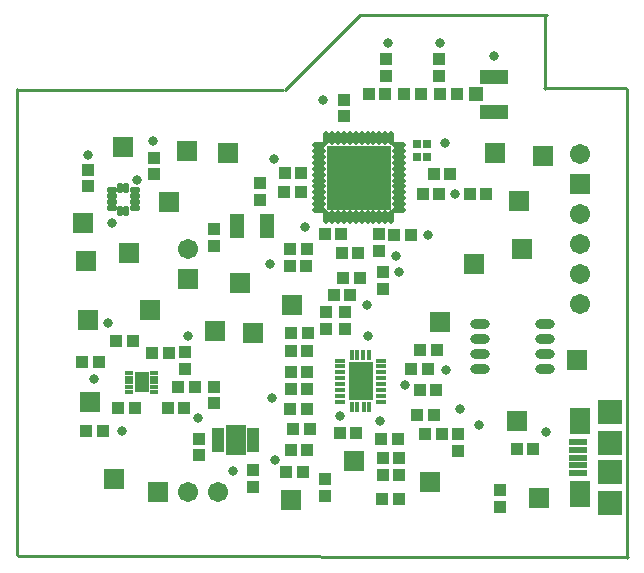
<source format=gts>
G04 Layer_Color=8388736*
%FSLAX25Y25*%
%MOIN*%
G70*
G01*
G75*
%ADD36C,0.01000*%
%ADD53R,0.04343X0.03950*%
%ADD54R,0.03950X0.04343*%
%ADD55R,0.04934X0.04737*%
%ADD56R,0.09461X0.04934*%
%ADD57O,0.01981X0.03753*%
%ADD58O,0.03753X0.01981*%
%ADD59O,0.06509X0.03162*%
%ADD60R,0.06115X0.02375*%
%ADD61R,0.08280X0.08280*%
%ADD62R,0.07099X0.09068*%
%ADD63R,0.08394X0.12594*%
%ADD64R,0.03740X0.01496*%
%ADD65R,0.01496X0.03740*%
%ADD66R,0.01378X0.03740*%
%ADD67R,0.03150X0.01181*%
%ADD68R,0.04737X0.07099*%
%ADD69R,0.03900X0.02000*%
%ADD70R,0.06900X0.10200*%
%ADD71R,0.04737X0.07887*%
%ADD72R,0.02768X0.02768*%
%ADD73R,0.21666X0.21666*%
%ADD74O,0.01784X0.04540*%
%ADD75O,0.04540X0.01784*%
%ADD76R,0.06706X0.06706*%
%ADD77R,0.06706X0.06706*%
%ADD78C,0.06706*%
%ADD79C,0.03200*%
D36*
X437600Y266200D02*
X462500Y291100D01*
X463000D02*
X524900D01*
X524400Y266400D02*
Y290500D01*
X524000Y266600D02*
X551400D01*
X551700Y110100D02*
Y266500D01*
X348500Y110801D02*
X551800Y110400D01*
X348300Y111000D02*
Y266400D01*
X348200Y266000D02*
X436800D01*
D53*
X509200Y132656D02*
D03*
Y127144D02*
D03*
X408900Y149756D02*
D03*
Y144244D02*
D03*
X404319Y173144D02*
D03*
Y178656D02*
D03*
X371900Y239456D02*
D03*
Y233944D02*
D03*
X470300Y205256D02*
D03*
Y199744D02*
D03*
X468800Y217956D02*
D03*
Y212444D02*
D03*
X471400Y270844D02*
D03*
Y276356D02*
D03*
X429342Y229438D02*
D03*
Y234949D02*
D03*
X393900Y237944D02*
D03*
Y243456D02*
D03*
X413957Y219656D02*
D03*
Y214144D02*
D03*
X457100Y257344D02*
D03*
Y262856D02*
D03*
X413800Y167128D02*
D03*
Y161616D02*
D03*
X489000Y270844D02*
D03*
Y276356D02*
D03*
X450900Y130744D02*
D03*
Y136256D02*
D03*
X495400Y145744D02*
D03*
Y151256D02*
D03*
X426800Y139256D02*
D03*
Y133744D02*
D03*
X451200Y192056D02*
D03*
Y186544D02*
D03*
X457500Y192056D02*
D03*
Y186544D02*
D03*
D54*
X485256Y173000D02*
D03*
X479744D02*
D03*
X482644Y179400D02*
D03*
X488156D02*
D03*
X483500Y231500D02*
D03*
X489012D02*
D03*
X398791Y178444D02*
D03*
X393279D02*
D03*
X381344Y182300D02*
D03*
X386856D02*
D03*
X488050Y166097D02*
D03*
X482538D02*
D03*
X514844Y146400D02*
D03*
X520356D02*
D03*
X445156Y185200D02*
D03*
X439644D02*
D03*
X439538Y178897D02*
D03*
X445050D02*
D03*
X453838Y197649D02*
D03*
X459349D02*
D03*
X457044Y203375D02*
D03*
X462556D02*
D03*
X456544Y211700D02*
D03*
X462056D02*
D03*
X444856Y213025D02*
D03*
X439344D02*
D03*
X444656Y207300D02*
D03*
X439144D02*
D03*
X456356Y218000D02*
D03*
X450844D02*
D03*
X474044Y217700D02*
D03*
X479556D02*
D03*
X442898Y231942D02*
D03*
X437386D02*
D03*
X504656Y231500D02*
D03*
X499144D02*
D03*
X487188Y238200D02*
D03*
X492700D02*
D03*
X470998Y264658D02*
D03*
X465486D02*
D03*
X443056Y238500D02*
D03*
X437544D02*
D03*
X402044Y166931D02*
D03*
X407556D02*
D03*
X404056Y159944D02*
D03*
X398544D02*
D03*
X376756Y152500D02*
D03*
X371244D02*
D03*
X370044Y175444D02*
D03*
X375556D02*
D03*
X382044Y159944D02*
D03*
X387556D02*
D03*
X475656Y137600D02*
D03*
X470144D02*
D03*
X455844Y151800D02*
D03*
X461356D02*
D03*
X437944Y138600D02*
D03*
X443456D02*
D03*
X439444Y145900D02*
D03*
X444956D02*
D03*
X440244Y153000D02*
D03*
X445756D02*
D03*
X489386Y264558D02*
D03*
X494898D02*
D03*
X482856Y264700D02*
D03*
X477344D02*
D03*
X475256Y149800D02*
D03*
X469744D02*
D03*
X475656Y143400D02*
D03*
X470144D02*
D03*
X489756Y151500D02*
D03*
X484244D02*
D03*
X487250Y157597D02*
D03*
X481738D02*
D03*
X439244Y159800D02*
D03*
X444756D02*
D03*
X470044Y129800D02*
D03*
X475556D02*
D03*
X439444Y172200D02*
D03*
X444956D02*
D03*
X439444Y166474D02*
D03*
X444956D02*
D03*
D55*
X501238Y264658D02*
D03*
D56*
X507242Y270465D02*
D03*
Y258851D02*
D03*
D57*
X384671Y225803D02*
D03*
X382702D02*
D03*
Y233480D02*
D03*
X384671D02*
D03*
D58*
X379848Y226689D02*
D03*
Y228658D02*
D03*
Y230626D02*
D03*
Y232595D02*
D03*
X387525D02*
D03*
Y230626D02*
D03*
Y228658D02*
D03*
Y226689D02*
D03*
D59*
X502665Y188197D02*
D03*
Y183197D02*
D03*
Y178197D02*
D03*
Y173197D02*
D03*
X524122Y188197D02*
D03*
Y183197D02*
D03*
Y178197D02*
D03*
Y173197D02*
D03*
D60*
X535358Y138382D02*
D03*
Y140941D02*
D03*
Y143500D02*
D03*
Y146059D02*
D03*
Y148618D02*
D03*
D61*
X545791Y138776D02*
D03*
Y148224D02*
D03*
Y128343D02*
D03*
Y158657D02*
D03*
D62*
X535752Y131295D02*
D03*
Y155705D02*
D03*
D63*
X462794Y168997D02*
D03*
D64*
X455917Y162100D02*
D03*
Y175880D02*
D03*
Y164068D02*
D03*
Y166037D02*
D03*
Y168006D02*
D03*
Y169974D02*
D03*
Y171942D02*
D03*
Y173911D02*
D03*
X469500Y162100D02*
D03*
Y175880D02*
D03*
Y164068D02*
D03*
Y166037D02*
D03*
Y168006D02*
D03*
Y169974D02*
D03*
Y171942D02*
D03*
Y173911D02*
D03*
D65*
X459772Y160242D02*
D03*
X465665D02*
D03*
X459752Y177750D02*
D03*
X465658D02*
D03*
D66*
X461694Y160297D02*
D03*
X463794D02*
D03*
X463694Y177797D02*
D03*
X461694D02*
D03*
D67*
X385666Y171734D02*
D03*
Y170160D02*
D03*
Y168585D02*
D03*
Y167010D02*
D03*
Y165435D02*
D03*
X393934D02*
D03*
Y167010D02*
D03*
Y168585D02*
D03*
Y170160D02*
D03*
Y171734D02*
D03*
D68*
X389800Y168585D02*
D03*
D69*
X415300Y152300D02*
D03*
Y150300D02*
D03*
Y148300D02*
D03*
Y146300D02*
D03*
X426900D02*
D03*
Y148300D02*
D03*
Y150300D02*
D03*
Y152300D02*
D03*
D70*
X421100Y149300D02*
D03*
D71*
X431421Y220600D02*
D03*
X421579D02*
D03*
D72*
X485015Y248206D02*
D03*
Y243678D02*
D03*
X481669Y248206D02*
D03*
Y243678D02*
D03*
D73*
X462142Y236842D02*
D03*
D74*
X472969Y223554D02*
D03*
X471000D02*
D03*
X469032D02*
D03*
X467063D02*
D03*
X465095D02*
D03*
X463126D02*
D03*
X461158D02*
D03*
X459189D02*
D03*
X457221D02*
D03*
X455252D02*
D03*
X453284D02*
D03*
X451315D02*
D03*
Y250129D02*
D03*
X453284D02*
D03*
X455252D02*
D03*
X457221D02*
D03*
X459189D02*
D03*
X461158D02*
D03*
X463126D02*
D03*
X465095D02*
D03*
X467063D02*
D03*
X469032D02*
D03*
X471000D02*
D03*
X472969D02*
D03*
D75*
X448854Y226015D02*
D03*
Y227983D02*
D03*
Y229952D02*
D03*
Y231921D02*
D03*
Y233889D02*
D03*
Y235858D02*
D03*
Y237826D02*
D03*
Y239795D02*
D03*
Y241763D02*
D03*
Y243732D02*
D03*
Y245700D02*
D03*
Y247669D02*
D03*
X475429D02*
D03*
Y245700D02*
D03*
Y243732D02*
D03*
Y241763D02*
D03*
Y239795D02*
D03*
Y237826D02*
D03*
Y235858D02*
D03*
Y233889D02*
D03*
Y231921D02*
D03*
Y229952D02*
D03*
Y227983D02*
D03*
Y226015D02*
D03*
D76*
X422600Y201562D02*
D03*
X534994Y176197D02*
D03*
X515700Y228962D02*
D03*
X426912Y185000D02*
D03*
X414100Y185600D02*
D03*
X392500Y192700D02*
D03*
X371300Y208911D02*
D03*
X372600Y162100D02*
D03*
X398800Y228700D02*
D03*
X371800Y189300D02*
D03*
X489300Y188669D02*
D03*
X385600Y211811D02*
D03*
X418512Y245200D02*
D03*
X383600Y247200D02*
D03*
X404800Y245800D02*
D03*
X507638Y244923D02*
D03*
X515000Y155869D02*
D03*
X440000Y194469D02*
D03*
X380600Y136500D02*
D03*
X370382Y221723D02*
D03*
X522300Y130200D02*
D03*
X395300Y132200D02*
D03*
X460669Y142528D02*
D03*
X486000Y135500D02*
D03*
D77*
X516700Y213000D02*
D03*
X405200Y203200D02*
D03*
X500738Y207900D02*
D03*
X439500Y129331D02*
D03*
X535900Y234600D02*
D03*
X523600Y243900D02*
D03*
D78*
X405200Y213200D02*
D03*
X415300Y132200D02*
D03*
X405300D02*
D03*
X535900Y194600D02*
D03*
Y244600D02*
D03*
Y224600D02*
D03*
Y214600D02*
D03*
Y204600D02*
D03*
D79*
X444300Y220300D02*
D03*
X433900Y243200D02*
D03*
X472000Y281700D02*
D03*
X432700Y208000D02*
D03*
X475700Y205300D02*
D03*
X485100Y217600D02*
D03*
X507242Y277442D02*
D03*
X373900Y169800D02*
D03*
X489100Y281600D02*
D03*
X383100Y152500D02*
D03*
X378500Y188500D02*
D03*
X524600Y151900D02*
D03*
X490869Y248242D02*
D03*
X371900Y244500D02*
D03*
X380000Y221600D02*
D03*
X388400Y236200D02*
D03*
X450400Y262700D02*
D03*
X465300Y184000D02*
D03*
X469100Y155700D02*
D03*
X408700Y156600D02*
D03*
X420400Y139000D02*
D03*
X502100Y154500D02*
D03*
X495900Y159600D02*
D03*
X455917Y157483D02*
D03*
X433300Y163400D02*
D03*
X405200Y184000D02*
D03*
X434100Y142800D02*
D03*
X464900Y194400D02*
D03*
X491400Y172600D02*
D03*
X477600Y167700D02*
D03*
X494200Y231500D02*
D03*
X474700Y210700D02*
D03*
X393600Y248900D02*
D03*
X462794Y168997D02*
D03*
X389800Y168685D02*
D03*
X421200Y147500D02*
D03*
X421100Y151200D02*
D03*
X455911Y242372D02*
D03*
X462142Y242572D02*
D03*
X468073Y242473D02*
D03*
X456011Y236842D02*
D03*
X462142D02*
D03*
X468073D02*
D03*
X456011Y230811D02*
D03*
X462142Y230711D02*
D03*
X468173D02*
D03*
M02*

</source>
